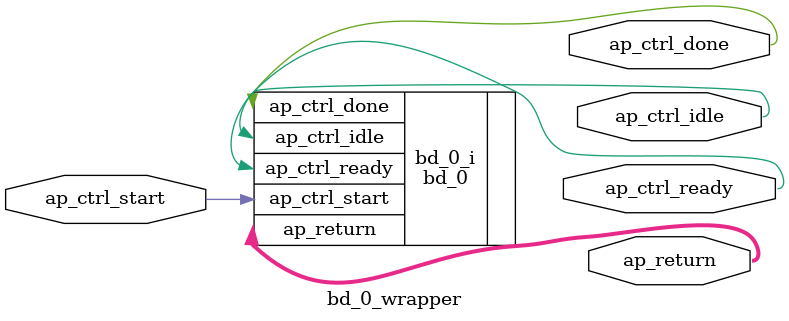
<source format=v>
`timescale 1 ps / 1 ps

module bd_0_wrapper
   (ap_ctrl_done,
    ap_ctrl_idle,
    ap_ctrl_ready,
    ap_ctrl_start,
    ap_return);
  output ap_ctrl_done;
  output ap_ctrl_idle;
  output ap_ctrl_ready;
  input ap_ctrl_start;
  output [31:0]ap_return;

  wire ap_ctrl_done;
  wire ap_ctrl_idle;
  wire ap_ctrl_ready;
  wire ap_ctrl_start;
  wire [31:0]ap_return;

  bd_0 bd_0_i
       (.ap_ctrl_done(ap_ctrl_done),
        .ap_ctrl_idle(ap_ctrl_idle),
        .ap_ctrl_ready(ap_ctrl_ready),
        .ap_ctrl_start(ap_ctrl_start),
        .ap_return(ap_return));
endmodule

</source>
